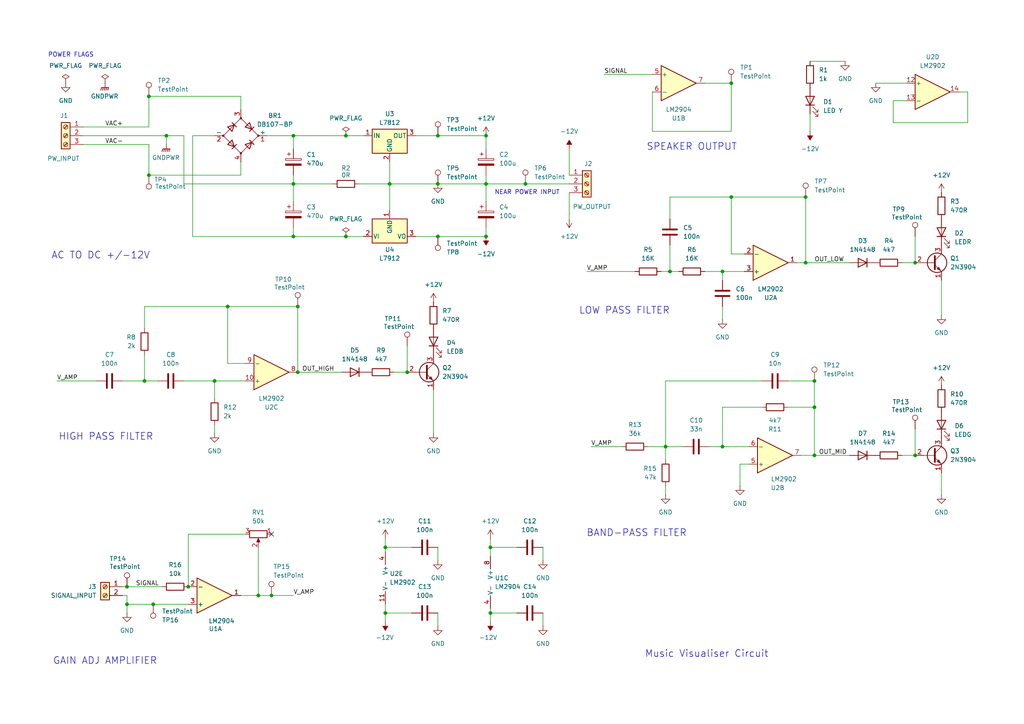
<source format=kicad_sch>
(kicad_sch (version 20250114) (generator "eeschema") (generator_version "9.0")
  (paper "A4")
  (lib_symbols
    (symbol "Amplifier_Operational:LM2902" (pin_names (offset 0.127))
      (property "Reference" "U" (at 0 5.08 0))
      (property "Value" "LM2902" (at 0 -5.08 0))
      (symbol "LM2902_1_1"
        (polyline (pts (xy -5.08 5.08) (xy 5.08 0) (xy -5.08 -5.08) (xy -5.08 5.08)) (stroke (width 0.254)) (fill (type background)))
        (pin input line (at -7.62 2.54 0) (length 2.54) (name "+") (number "3"))
        (pin input line (at -7.62 -2.54 0) (length 2.54) (name "-") (number "2"))
        (pin output line (at 7.62 0 180) (length 2.54) (name "~") (number "1"))
      )
      (symbol "LM2902_2_1"
        (polyline (pts (xy -5.08 5.08) (xy 5.08 0) (xy -5.08 -5.08) (xy -5.08 5.08)) (stroke (width 0.254)) (fill (type background)))
        (pin input line (at -7.62 2.54 0) (length 2.54) (name "+") (number "5"))
        (pin input line (at -7.62 -2.54 0) (length 2.54) (name "-") (number "6"))
        (pin output line (at 7.62 0 180) (length 2.54) (name "~") (number "7"))
      )
      (symbol "LM2902_3_1"
        (polyline (pts (xy -5.08 5.08) (xy 5.08 0) (xy -5.08 -5.08) (xy -5.08 5.08)) (stroke (width 0.254)) (fill (type background)))
        (pin input line (at -7.62 2.54 0) (length 2.54) (name "+") (number "10"))
        (pin input line (at -7.62 -2.54 0) (length 2.54) (name "-") (number "9"))
        (pin output line (at 7.62 0 180) (length 2.54) (name "~") (number "8"))
      )
      (symbol "LM2902_4_1"
        (polyline (pts (xy -5.08 5.08) (xy 5.08 0) (xy -5.08 -5.08) (xy -5.08 5.08)) (stroke (width 0.254)) (fill (type background)))
        (pin input line (at -7.62 2.54 0) (length 2.54) (name "+") (number "12"))
        (pin input line (at -7.62 -2.54 0) (length 2.54) (name "-") (number "13"))
        (pin output line (at 7.62 0 180) (length 2.54) (name "~") (number "14"))
      )
      (symbol "LM2902_5_1"
        (pin power_in line (at -2.54 7.62 270) (length 3.81) (name "V+") (number "4"))
        (pin power_in line (at -2.54 -7.62 90) (length 3.81) (name "V-") (number "11"))
      )
    )
    (symbol "Amplifier_Operational:LM2904" (pin_names (offset 0.127))
      (property "Reference" "U" (at 0 5.08 0))
      (property "Value" "LM2904" (at 0 -5.08 0))
      (symbol "LM2904_1_1"
        (polyline (pts (xy -5.08 5.08) (xy 5.08 0) (xy -5.08 -5.08) (xy -5.08 5.08)) (stroke (width 0.254)) (fill (type background)))
        (pin input line (at -7.62 2.54 0) (length 2.54) (name "+") (number "3"))
        (pin input line (at -7.62 -2.54 0) (length 2.54) (name "-") (number "2"))
        (pin output line (at 7.62 0 180) (length 2.54) (name "~") (number "1"))
      )
      (symbol "LM2904_2_1"
        (polyline (pts (xy -5.08 5.08) (xy 5.08 0) (xy -5.08 -5.08) (xy -5.08 5.08)) (stroke (width 0.254)) (fill (type background)))
        (pin input line (at -7.62 2.54 0) (length 2.54) (name "+") (number "5"))
        (pin input line (at -7.62 -2.54 0) (length 2.54) (name "-") (number "6"))
        (pin output line (at 7.62 0 180) (length 2.54) (name "~") (number "7"))
      )
      (symbol "LM2904_3_1"
        (pin power_in line (at -2.54 7.62 270) (length 3.81) (name "V+") (number "8"))
        (pin power_in line (at -2.54 -7.62 90) (length 3.81) (name "V-") (number "4"))
      )
    )
    (symbol "Connector:Screw_Terminal_01x02" (pin_names (offset 1.016) (hide yes))
      (property "Reference" "J" (at 0 2.54 0))
      (property "Value" "Screw_Terminal_01x02" (at 0 -5.08 0))
      (symbol "Screw_Terminal_01x02_1_1"
        (rectangle (start -1.27 1.27) (end 1.27 -3.81) (stroke (width 0.254)) (fill (type background)))
        (polyline (pts (xy -0.5334 0.3302) (xy 0.3302 -0.508)) (stroke (width 0.1524)))
        (polyline (pts (xy -0.5334 -2.2098) (xy 0.3302 -3.048)) (stroke (width 0.1524)))
        (polyline (pts (xy -0.3556 0.508) (xy 0.508 -0.3302)) (stroke (width 0.1524)))
        (polyline (pts (xy -0.3556 -2.032) (xy 0.508 -2.8702)) (stroke (width 0.1524)))
        (circle (center 0 0) (radius 0.635) (stroke (width 0.1524)))
        (circle (center 0 -2.54) (radius 0.635) (stroke (width 0.1524)))
        (pin passive line (at -5.08 0 0) (length 3.81) (name "Pin_1") (number "1"))
        (pin passive line (at -5.08 -2.54 0) (length 3.81) (name "Pin_2") (number "2"))
      )
    )
    (symbol "Connector:Screw_Terminal_01x03" (pin_names (offset 1.016) (hide yes))
      (property "Reference" "J" (at 0 5.08 0))
      (property "Value" "Screw_Terminal_01x03" (at 0 -5.08 0))
      (symbol "Screw_Terminal_01x03_1_1"
        (rectangle (start -1.27 3.81) (end 1.27 -3.81) (stroke (width 0.254)) (fill (type background)))
        (polyline (pts (xy -0.5334 2.8702) (xy 0.3302 2.032)) (stroke (width 0.1524)))
        (polyline (pts (xy -0.5334 0.3302) (xy 0.3302 -0.508)) (stroke (width 0.1524)))
        (polyline (pts (xy -0.5334 -2.2098) (xy 0.3302 -3.048)) (stroke (width 0.1524)))
        (polyline (pts (xy -0.3556 3.048) (xy 0.508 2.2098)) (stroke (width 0.1524)))
        (polyline (pts (xy -0.3556 0.508) (xy 0.508 -0.3302)) (stroke (width 0.1524)))
        (polyline (pts (xy -0.3556 -2.032) (xy 0.508 -2.8702)) (stroke (width 0.1524)))
        (circle (center 0 2.54) (radius 0.635) (stroke (width 0.1524)))
        (circle (center 0 0) (radius 0.635) (stroke (width 0.1524)))
        (circle (center 0 -2.54) (radius 0.635) (stroke (width 0.1524)))
        (pin passive line (at -5.08 2.54 0) (length 3.81) (name "Pin_1") (number "1"))
        (pin passive line (at -5.08 0 0) (length 3.81) (name "Pin_2") (number "2"))
        (pin passive line (at -5.08 -2.54 0) (length 3.81) (name "Pin_3") (number "3"))
      )
    )
    (symbol "Connector:TestPoint" (pin_numbers (hide yes)) (pin_names (offset 0.762) (hide yes))
      (property "Reference" "TP" (at 0 6.858 0))
      (property "Value" "TestPoint" (at 0 5.08 0))
      (symbol "TestPoint_0_1"
        (circle (center 0 3.302) (radius 0.762))
      )
      (symbol "TestPoint_1_1"
        (pin passive line (at 0 0 90) (length 2.54) (name "1") (number "1"))
      )
    )
    (symbol "Device:C" (pin_numbers (hide yes)) (pin_names (offset 0.254))
      (property "Reference" "C" (at 0.635 2.54 0))
      (property "Value" "C" (at 0.635 -2.54 0))
      (symbol "C_0_1"
        (polyline (pts (xy -2.032 0.762) (xy 2.032 0.762)) (stroke (width 0.508)))
        (polyline (pts (xy -2.032 -0.762) (xy 2.032 -0.762)) (stroke (width 0.508)))
      )
      (symbol "C_1_1"
        (pin passive line (at 0 3.81 270) (length 2.794) (name "~") (number "1"))
        (pin passive line (at 0 -3.81 90) (length 2.794) (name "~") (number "2"))
      )
    )
    (symbol "Device:C_Polarized" (pin_numbers (hide yes)) (pin_names (offset 0.254))
      (property "Reference" "C" (at 0.635 2.54 0))
      (property "Value" "C_Polarized" (at 0.635 -2.54 0))
      (symbol "C_Polarized_0_1"
        (rectangle (start -2.286 0.508) (end 2.286 1.016))
        (polyline (pts (xy -1.778 2.286) (xy -0.762 2.286)))
        (polyline (pts (xy -1.27 2.794) (xy -1.27 1.778)))
        (rectangle (start 2.286 -0.508) (end -2.286 -1.016) (fill (type outline)))
      )
      (symbol "C_Polarized_1_1"
        (pin passive line (at 0 3.81 270) (length 2.794) (name "~") (number "1"))
        (pin passive line (at 0 -3.81 90) (length 2.794) (name "~") (number "2"))
      )
    )
    (symbol "Device:D_Bridge_+-AA" (pin_names (offset 0))
      (property "Reference" "D" (at 2.54 6.985 0))
      (property "Value" "D_Bridge_+-AA" (at 2.54 5.08 0))
      (symbol "D_Bridge_+-AA_0_1"
        (circle (center -5.08 0) (radius 0.254) (fill (type outline)))
        (polyline (pts (xy -5.08 0) (xy 0 -5.08) (xy 5.08 0) (xy 0 5.08) (xy -5.08 0)))
        (polyline (pts (xy -3.81 2.54) (xy -2.54 1.27) (xy -1.905 3.175) (xy -3.81 2.54)) (stroke (width 0.254)))
        (polyline (pts (xy -2.54 3.81) (xy -1.27 2.54)) (stroke (width 0.254)))
        (polyline (pts (xy -2.54 -1.27) (xy -3.81 -2.54) (xy -1.905 -3.175) (xy -2.54 -1.27)) (stroke (width 0.254)))
        (polyline (pts (xy -1.27 -2.54) (xy -2.54 -3.81)) (stroke (width 0.254)))
        (circle (center 0 5.08) (radius 0.254) (fill (type outline)))
        (circle (center 0 -5.08) (radius 0.254) (fill (type outline)))
        (polyline (pts (xy 1.27 2.54) (xy 2.54 3.81) (xy 3.175 1.905) (xy 1.27 2.54)) (stroke (width 0.254)))
        (polyline (pts (xy 2.54 1.27) (xy 3.81 2.54)) (stroke (width 0.254)))
        (polyline (pts (xy 2.54 -1.27) (xy 3.81 -2.54)) (stroke (width 0.254)))
        (polyline (pts (xy 3.175 -1.905) (xy 1.27 -2.54) (xy 2.54 -3.81) (xy 3.175 -1.905)) (stroke (width 0.254)))
        (circle (center 5.08 0) (radius 0.254) (fill (type outline)))
      )
      (symbol "D_Bridge_+-AA_1_1"
        (pin passive line (at -7.62 0 0) (length 2.54) (name "-") (number "2"))
        (pin passive line (at 0 7.62 270) (length 2.54) (name "~") (number "3"))
        (pin passive line (at 0 -7.62 90) (length 2.54) (name "~") (number "4"))
        (pin passive line (at 7.62 0 180) (length 2.54) (name "+") (number "1"))
      )
    )
    (symbol "Device:LED" (pin_numbers (hide yes)) (pin_names (offset 1.016) (hide yes))
      (property "Reference" "D" (at 0 2.54 0))
      (property "Value" "LED" (at 0 -2.54 0))
      (symbol "LED_0_1"
        (polyline (pts (xy -3.048 -0.762) (xy -4.572 -2.286) (xy -3.81 -2.286) (xy -4.572 -2.286) (xy -4.572 -1.524)))
        (polyline (pts (xy -1.778 -0.762) (xy -3.302 -2.286) (xy -2.54 -2.286) (xy -3.302 -2.286) (xy -3.302 -1.524)))
        (polyline (pts (xy -1.27 0) (xy 1.27 0)))
        (polyline (pts (xy -1.27 -1.27) (xy -1.27 1.27)) (stroke (width 0.254)))
        (polyline (pts (xy 1.27 -1.27) (xy 1.27 1.27) (xy -1.27 0) (xy 1.27 -1.27)) (stroke (width 0.254)))
      )
      (symbol "LED_1_1"
        (pin passive line (at -3.81 0 0) (length 2.54) (name "K") (number "1"))
        (pin passive line (at 3.81 0 180) (length 2.54) (name "A") (number "2"))
      )
    )
    (symbol "Device:R" (pin_numbers (hide yes)) (pin_names (offset 0))
      (property "Reference" "R" (at 2.032 0 90))
      (property "Value" "R" (at 0 0 90))
      (symbol "R_0_1"
        (rectangle (start -1.016 -2.54) (end 1.016 2.54) (stroke (width 0.254)))
      )
      (symbol "R_1_1"
        (pin passive line (at 0 3.81 270) (length 1.27) (name "~") (number "1"))
        (pin passive line (at 0 -3.81 90) (length 1.27) (name "~") (number "2"))
      )
    )
    (symbol "Device:R_Potentiometer" (pin_names (offset 1.016) (hide yes))
      (property "Reference" "RV" (at -4.445 0 90))
      (property "Value" "R_Potentiometer" (at -2.54 0 90))
      (symbol "R_Potentiometer_0_1"
        (rectangle (start 1.016 2.54) (end -1.016 -2.54) (stroke (width 0.254)))
        (polyline (pts (xy 1.143 0) (xy 2.286 0.508) (xy 2.286 -0.508) (xy 1.143 0)) (fill (type outline)))
        (polyline (pts (xy 2.54 0) (xy 1.524 0)))
      )
      (symbol "R_Potentiometer_1_1"
        (pin passive line (at 0 3.81 270) (length 1.27) (name "1") (number "1"))
        (pin passive line (at 0 -3.81 90) (length 1.27) (name "3") (number "3"))
        (pin passive line (at 3.81 0 180) (length 1.27) (name "2") (number "2"))
      )
    )
    (symbol "Diode:1N4148" (pin_numbers (hide yes)) (pin_names (hide yes))
      (property "Reference" "D" (at 0 2.54 0))
      (property "Value" "1N4148" (at 0 -2.54 0))
      (symbol "1N4148_0_1"
        (polyline (pts (xy -1.27 1.27) (xy -1.27 -1.27)) (stroke (width 0.254)))
        (polyline (pts (xy 1.27 1.27) (xy 1.27 -1.27) (xy -1.27 0) (xy 1.27 1.27)) (stroke (width 0.254)))
        (polyline (pts (xy 1.27 0) (xy -1.27 0)))
      )
      (symbol "1N4148_1_1"
        (pin passive line (at -3.81 0 0) (length 2.54) (name "K") (number "1"))
        (pin passive line (at 3.81 0 180) (length 2.54) (name "A") (number "2"))
      )
    )
    (symbol "Regulator_Linear:L7812" (pin_names (offset 0.254))
      (property "Reference" "U" (at -3.81 3.175 0))
      (property "Value" "L7812" (at 0 3.175 0))
      (symbol "L7812_0_1"
        (rectangle (start -5.08 1.905) (end 5.08 -5.08) (stroke (width 0.254)) (fill (type background)))
      )
      (symbol "L7812_1_1"
        (pin power_in line (at -7.62 0 0) (length 2.54) (name "IN") (number "1"))
        (pin power_in line (at 0 -7.62 90) (length 2.54) (name "GND") (number "2"))
        (pin power_out line (at 7.62 0 180) (length 2.54) (name "OUT") (number "3"))
      )
    )
    (symbol "Regulator_Linear:L7912" (pin_names (offset 0.254))
      (property "Reference" "U" (at -3.81 -3.175 0))
      (property "Value" "L7912" (at 0 -3.175 0))
      (symbol "L7912_0_1"
        (rectangle (start -5.08 5.08) (end 5.08 -1.905) (stroke (width 0.254)) (fill (type background)))
      )
      (symbol "L7912_1_1"
        (pin power_in line (at -7.62 0 0) (length 2.54) (name "VI") (number "2"))
        (pin power_in line (at 0 7.62 270) (length 2.54) (name "GND") (number "1"))
        (pin power_out line (at 7.62 0 180) (length 2.54) (name "VO") (number "3"))
      )
    )
    (symbol "Transistor_BJT:2N3904" (pin_names (offset 0) (hide yes))
      (property "Reference" "Q" (at 5.08 1.905 0))
      (property "Value" "2N3904" (at 5.08 0 0))
      (symbol "2N3904_0_1"
        (polyline (pts (xy -2.54 0) (xy 0.635 0)))
        (polyline (pts (xy 0.635 1.905) (xy 0.635 -1.905)) (stroke (width 0.508)))
        (circle (center 1.27 0) (radius 2.8194) (stroke (width 0.254)))
      )
      (symbol "2N3904_1_1"
        (polyline (pts (xy 0.635 0.635) (xy 2.54 2.54)))
        (polyline (pts (xy 0.635 -0.635) (xy 2.54 -2.54)))
        (polyline (pts (xy 1.27 -1.778) (xy 1.778 -1.27) (xy 2.286 -2.286) (xy 1.27 -1.778)) (fill (type outline)))
        (pin input line (at -5.08 0 0) (length 2.54) (name "B") (number "2"))
        (pin passive line (at 2.54 5.08 270) (length 2.54) (name "C") (number "3"))
        (pin passive line (at 2.54 -5.08 90) (length 2.54) (name "E") (number "1"))
      )
    )
    (symbol "power:+12V" (power) (pin_numbers (hide yes)) (pin_names (offset 0) (hide yes))
      (property "Value" "+12V" (at 0 3.556 0))
      (symbol "+12V_0_1"
        (polyline (pts (xy -0.762 1.27) (xy 0 2.54)))
        (polyline (pts (xy 0 2.54) (xy 0.762 1.27)))
        (polyline (pts (xy 0 0) (xy 0 2.54)))
      )
      (symbol "+12V_1_1"
        (pin power_in line (at 0 0 90) (length 0) (name "~") (number "1"))
      )
    )
    (symbol "power:-12V" (power) (pin_numbers (hide yes)) (pin_names (offset 0) (hide yes))
      (property "Value" "-12V" (at 0 3.556 0))
      (symbol "-12V_0_0"
        (pin power_in line (at 0 0 90) (length 0) (name "~") (number "1"))
      )
      (symbol "-12V_0_1"
        (polyline (pts (xy 0 0) (xy 0 1.27) (xy 0.762 1.27) (xy 0 2.54) (xy -0.762 1.27) (xy 0 1.27)) (fill (type outline)))
      )
    )
    (symbol "power:GND" (power) (pin_numbers (hide yes)) (pin_names (offset 0) (hide yes))
      (property "Value" "GND" (at 0 -3.81 0))
      (symbol "GND_0_1"
        (polyline (pts (xy 0 0) (xy 0 -1.27) (xy 1.27 -1.27) (xy 0 -2.54) (xy -1.27 -1.27) (xy 0 -1.27)))
      )
      (symbol "GND_1_1"
        (pin power_in line (at 0 0 270) (length 0) (name "~") (number "1"))
      )
    )
    (symbol "power:GNDPWR" (power) (pin_numbers (hide yes)) (pin_names (offset 0) (hide yes))
      (property "Value" "GNDPWR" (at 0 -3.302 0))
      (symbol "GNDPWR_0_1"
        (polyline (pts (xy -1.016 -1.27) (xy -1.27 -2.032) (xy -1.27 -2.032)) (stroke (width 0.2032)))
        (polyline (pts (xy -0.508 -1.27) (xy -0.762 -2.032) (xy -0.762 -2.032)) (stroke (width 0.2032)))
        (polyline (pts (xy 0 -1.27) (xy 0 0)))
        (polyline (pts (xy 0 -1.27) (xy -0.254 -2.032) (xy -0.254 -2.032)) (stroke (width 0.2032)))
        (polyline (pts (xy 0.508 -1.27) (xy 0.254 -2.032) (xy 0.254 -2.032)) (stroke (width 0.2032)))
        (polyline (pts (xy 1.016 -1.27) (xy -1.016 -1.27) (xy -1.016 -1.27)) (stroke (width 0.2032)))
        (polyline (pts (xy 1.016 -1.27) (xy 0.762 -2.032) (xy 0.762 -2.032) (xy 0.762 -2.032)) (stroke (width 0.2032)))
      )
      (symbol "GNDPWR_1_1"
        (pin power_in line (at 0 0 270) (length 0) (name "~") (number "1"))
      )
    )
    (symbol "power:PWR_FLAG" (power) (pin_numbers (hide yes)) (pin_names (offset 0) (hide yes))
      (property "Value" "PWR_FLAG" (at 0 3.81 0))
      (symbol "PWR_FLAG_0_0"
        (pin power_out line (at 0 0 90) (length 0) (name "~") (number "1"))
      )
      (symbol "PWR_FLAG_0_1"
        (polyline (pts (xy 0 0) (xy 0 1.27) (xy -1.016 1.905) (xy 0 2.54) (xy 1.016 1.905) (xy 0 1.27)))
      )
    )
  )
  (text "NEAR POWER INPUT\n" (at 152.908 55.88 0) (effects (font (size 1.27 1.27))))
  (text "BAND-PASS FILTER " (at 185.42 154.686 0) (effects (font (size 2 2))))
  (text "Music Visualiser Circuit" (at 204.978 189.738 0) (effects (font (size 2 2))))
  (text "GAIN ADJ AMPLIFIER" (at 30.48 191.77 0) (effects (font (size 2 2))))
  (text "AC TO DC +/-12V" (at 29.21 74.168 0) (effects (font (size 2 2))))
  (text "HIGH PASS FILTER\n" (at 30.734 126.746 0) (effects (font (size 2 2))))
  (text "POWER FLAGS\n" (at 20.574 16.002 0) (effects (font (size 1.27 1.27))))
  (text "SPEAKER OUTPUT " (at 201.422 42.672 0) (effects (font (size 2 2))))
  (text "LOW PASS FILTER" (at 181.102 90.17 0) (effects (font (size 2 2))))
  (junction (at 44.45 175.26))
  (junction (at 62.23 110.49))
  (junction (at 127 39.37))
  (junction (at 111.76 177.8))
  (junction (at 111.76 158.75))
  (junction (at 66.04 88.9))
  (junction (at 41.91 110.49))
  (junction (at 152.4 53.34))
  (junction (at 43.18 50.8))
  (junction (at 212.09 24.13))
  (junction (at 236.22 118.11))
  (junction (at 74.93 172.72))
  (junction (at 85.09 39.37))
  (junction (at 265.43 76.2))
  (junction (at 142.24 177.8))
  (junction (at 142.24 158.75))
  (junction (at 113.03 53.34))
  (junction (at 100.33 68.58))
  (junction (at 212.09 57.15))
  (junction (at 43.18 27.94))
  (junction (at 236.22 132.08))
  (junction (at 233.68 57.15))
  (junction (at 86.36 88.9))
  (junction (at 193.04 129.54))
  (junction (at 54.61 170.18))
  (junction (at 127 53.34))
  (junction (at 194.31 78.74))
  (junction (at 85.09 53.34))
  (junction (at 127 68.58))
  (junction (at 100.33 39.37))
  (junction (at 118.11 107.95))
  (junction (at 78.74 172.72))
  (junction (at 140.97 39.37))
  (junction (at 48.26 39.37))
  (junction (at 86.36 107.95))
  (junction (at 36.83 175.26))
  (junction (at 140.97 53.34))
  (junction (at 85.09 68.58))
  (junction (at 236.22 110.49))
  (junction (at 209.55 78.74))
  (junction (at 233.68 76.2))
  (junction (at 140.97 68.58))
  (junction (at 209.55 129.54))
  (junction (at 265.43 132.08))
  (junction (at 36.83 170.18))
  (no_connect (at 78.74 154.94))
  (wire (pts (xy 62.23 110.49) (xy 71.12 110.49)))
  (wire (pts (xy 62.23 39.37) (xy 55.88 39.37)))
  (wire (pts (xy 66.04 105.41) (xy 71.12 105.41)))
  (wire (pts (xy 265.43 68.58) (xy 265.43 76.2)))
  (wire (pts (xy 217.17 134.62) (xy 214.63 134.62)))
  (wire (pts (xy 86.36 88.9) (xy 66.04 88.9)))
  (wire (pts (xy 120.65 39.37) (xy 127 39.37)))
  (wire (pts (xy 278.13 26.67) (xy 280.67 26.67)))
  (wire (pts (xy 140.97 68.58) (xy 140.97 66.04)))
  (wire (pts (xy 165.1 55.88) (xy 165.1 63.5)))
  (wire (pts (xy 214.63 134.62) (xy 214.63 140.97)))
  (wire (pts (xy 140.97 39.37) (xy 140.97 43.18)))
  (wire (pts (xy 43.18 27.94) (xy 43.18 36.83)))
  (wire (pts (xy 85.09 53.34) (xy 53.34 53.34)))
  (wire (pts (xy 127 68.58) (xy 140.97 68.58)))
  (wire (pts (xy 152.4 53.34) (xy 165.1 53.34)))
  (wire (pts (xy 165.1 43.18) (xy 165.1 50.8)))
  (wire (pts (xy 100.33 39.37) (xy 105.41 39.37)))
  (wire (pts (xy 261.62 76.2) (xy 265.43 76.2)))
  (wire (pts (xy 234.95 17.78) (xy 245.11 17.78)))
  (wire (pts (xy 191.77 78.74) (xy 194.31 78.74)))
  (wire (pts (xy 259.08 29.21) (xy 262.89 29.21)))
  (wire (pts (xy 53.34 110.49) (xy 62.23 110.49)))
  (wire (pts (xy 120.65 68.58) (xy 127 68.58)))
  (wire (pts (xy 157.48 158.75) (xy 157.48 162.56)))
  (wire (pts (xy 194.31 78.74) (xy 196.85 78.74)))
  (wire (pts (xy 35.56 170.18) (xy 36.83 170.18)))
  (wire (pts (xy 48.26 39.37) (xy 48.26 41.91)))
  (wire (pts (xy 74.93 172.72) (xy 78.74 172.72)))
  (wire (pts (xy 36.83 175.26) (xy 36.83 177.8)))
  (wire (pts (xy 71.12 154.94) (xy 54.61 154.94)))
  (wire (pts (xy 142.24 158.75) (xy 149.86 158.75)))
  (wire (pts (xy 69.85 27.94) (xy 69.85 31.75)))
  (wire (pts (xy 236.22 118.11) (xy 236.22 132.08)))
  (wire (pts (xy 85.09 50.8) (xy 85.09 53.34)))
  (wire (pts (xy 127 39.37) (xy 140.97 39.37)))
  (wire (pts (xy 69.85 172.72) (xy 74.93 172.72)))
  (wire (pts (xy 142.24 156.21) (xy 142.24 158.75)))
  (wire (pts (xy 62.23 123.19) (xy 62.23 125.73)))
  (wire (pts (xy 119.38 158.75) (xy 111.76 158.75)))
  (wire (pts (xy 36.83 172.72) (xy 36.83 175.26)))
  (wire (pts (xy 212.09 38.1) (xy 189.23 38.1)))
  (wire (pts (xy 217.17 129.54) (xy 209.55 129.54)))
  (wire (pts (xy 35.56 172.72) (xy 36.83 172.72)))
  (wire (pts (xy 236.22 132.08) (xy 246.38 132.08)))
  (wire (pts (xy 113.03 53.34) (xy 127 53.34)))
  (wire (pts (xy 86.36 107.95) (xy 99.06 107.95)))
  (wire (pts (xy 44.45 175.26) (xy 54.61 175.26)))
  (wire (pts (xy 55.88 68.58) (xy 85.09 68.58)))
  (wire (pts (xy 170.18 78.74) (xy 184.15 78.74)))
  (wire (pts (xy 212.09 73.66) (xy 212.09 57.15)))
  (wire (pts (xy 204.47 24.13) (xy 212.09 24.13)))
  (wire (pts (xy 236.22 110.49) (xy 236.22 118.11)))
  (wire (pts (xy 85.09 39.37) (xy 100.33 39.37)))
  (wire (pts (xy 273.05 81.28) (xy 273.05 91.44)))
  (wire (pts (xy 78.74 172.72) (xy 85.09 172.72)))
  (wire (pts (xy 74.93 158.75) (xy 74.93 172.72)))
  (wire (pts (xy 113.03 53.34) (xy 113.03 60.96)))
  (wire (pts (xy 209.55 118.11) (xy 220.98 118.11)))
  (wire (pts (xy 54.61 154.94) (xy 54.61 170.18)))
  (wire (pts (xy 111.76 177.8) (xy 119.38 177.8)))
  (wire (pts (xy 233.68 76.2) (xy 246.38 76.2)))
  (wire (pts (xy 41.91 88.9) (xy 66.04 88.9)))
  (wire (pts (xy 48.26 39.37) (xy 53.34 39.37)))
  (wire (pts (xy 41.91 102.87) (xy 41.91 110.49)))
  (wire (pts (xy 259.08 35.56) (xy 280.67 35.56)))
  (wire (pts (xy 171.45 129.54) (xy 180.34 129.54)))
  (wire (pts (xy 142.24 176.53) (xy 142.24 177.8)))
  (wire (pts (xy 55.88 39.37) (xy 55.88 68.58)))
  (wire (pts (xy 36.83 170.18) (xy 46.99 170.18)))
  (wire (pts (xy 187.96 129.54) (xy 193.04 129.54)))
  (wire (pts (xy 209.55 78.74) (xy 209.55 81.28)))
  (wire (pts (xy 24.13 41.91) (xy 43.18 41.91)))
  (wire (pts (xy 113.03 46.99) (xy 113.03 53.34)))
  (wire (pts (xy 209.55 78.74) (xy 215.9 78.74)))
  (wire (pts (xy 16.51 110.49) (xy 27.94 110.49)))
  (wire (pts (xy 261.62 132.08) (xy 265.43 132.08)))
  (wire (pts (xy 66.04 88.9) (xy 66.04 105.41)))
  (wire (pts (xy 140.97 53.34) (xy 152.4 53.34)))
  (wire (pts (xy 233.68 57.15) (xy 212.09 57.15)))
  (wire (pts (xy 142.24 177.8) (xy 142.24 180.34)))
  (wire (pts (xy 193.04 133.35) (xy 193.04 129.54)))
  (wire (pts (xy 233.68 57.15) (xy 233.68 76.2)))
  (wire (pts (xy 189.23 38.1) (xy 189.23 26.67)))
  (wire (pts (xy 193.04 129.54) (xy 198.12 129.54)))
  (wire (pts (xy 77.47 39.37) (xy 85.09 39.37)))
  (wire (pts (xy 193.04 129.54) (xy 193.04 110.49)))
  (wire (pts (xy 85.09 53.34) (xy 85.09 58.42)))
  (wire (pts (xy 85.09 39.37) (xy 85.09 43.18)))
  (wire (pts (xy 35.56 110.49) (xy 41.91 110.49)))
  (wire (pts (xy 142.24 177.8) (xy 149.86 177.8)))
  (wire (pts (xy 228.6 110.49) (xy 236.22 110.49)))
  (wire (pts (xy 280.67 26.67) (xy 280.67 35.56)))
  (wire (pts (xy 111.76 158.75) (xy 111.76 160.02)))
  (wire (pts (xy 24.13 39.37) (xy 48.26 39.37)))
  (wire (pts (xy 69.85 50.8) (xy 69.85 46.99)))
  (wire (pts (xy 41.91 110.49) (xy 45.72 110.49)))
  (wire (pts (xy 234.95 33.02) (xy 234.95 38.1)))
  (wire (pts (xy 205.74 129.54) (xy 209.55 129.54)))
  (wire (pts (xy 86.36 88.9) (xy 86.36 107.95)))
  (wire (pts (xy 43.18 41.91) (xy 43.18 50.8)))
  (wire (pts (xy 273.05 137.16) (xy 273.05 143.51)))
  (wire (pts (xy 24.13 36.83) (xy 43.18 36.83)))
  (wire (pts (xy 259.08 35.56) (xy 259.08 29.21)))
  (wire (pts (xy 194.31 71.12) (xy 194.31 78.74)))
  (wire (pts (xy 127 177.8) (xy 127 181.61)))
  (wire (pts (xy 53.34 53.34) (xy 53.34 39.37)))
  (wire (pts (xy 125.73 113.03) (xy 125.73 125.73)))
  (wire (pts (xy 114.3 107.95) (xy 118.11 107.95)))
  (wire (pts (xy 100.33 68.58) (xy 105.41 68.58)))
  (wire (pts (xy 62.23 110.49) (xy 62.23 115.57)))
  (wire (pts (xy 228.6 118.11) (xy 236.22 118.11)))
  (wire (pts (xy 232.41 132.08) (xy 236.22 132.08)))
  (wire (pts (xy 85.09 68.58) (xy 100.33 68.58)))
  (wire (pts (xy 209.55 88.9) (xy 209.55 92.71)))
  (wire (pts (xy 127 53.34) (xy 140.97 53.34)))
  (wire (pts (xy 212.09 57.15) (xy 194.31 57.15)))
  (wire (pts (xy 215.9 73.66) (xy 212.09 73.66)))
  (wire (pts (xy 140.97 53.34) (xy 140.97 50.8)))
  (wire (pts (xy 142.24 158.75) (xy 142.24 161.29)))
  (wire (pts (xy 41.91 88.9) (xy 41.91 95.25)))
  (wire (pts (xy 118.11 100.33) (xy 118.11 107.95)))
  (wire (pts (xy 209.55 129.54) (xy 209.55 118.11)))
  (wire (pts (xy 85.09 66.04) (xy 85.09 68.58)))
  (wire (pts (xy 43.18 27.94) (xy 69.85 27.94)))
  (wire (pts (xy 111.76 156.21) (xy 111.76 158.75)))
  (wire (pts (xy 157.48 177.8) (xy 157.48 181.61)))
  (wire (pts (xy 212.09 24.13) (xy 212.09 38.1)))
  (wire (pts (xy 104.14 53.34) (xy 113.03 53.34)))
  (wire (pts (xy 254 24.13) (xy 262.89 24.13)))
  (wire (pts (xy 231.14 76.2) (xy 233.68 76.2)))
  (wire (pts (xy 43.18 50.8) (xy 69.85 50.8)))
  (wire (pts (xy 265.43 124.46) (xy 265.43 132.08)))
  (wire (pts (xy 193.04 110.49) (xy 220.98 110.49)))
  (wire (pts (xy 193.04 140.97) (xy 193.04 143.51)))
  (wire (pts (xy 175.26 21.59) (xy 189.23 21.59)))
  (wire (pts (xy 127 158.75) (xy 127 162.56)))
  (wire (pts (xy 204.47 78.74) (xy 209.55 78.74)))
  (wire (pts (xy 194.31 57.15) (xy 194.31 63.5)))
  (wire (pts (xy 140.97 53.34) (xy 140.97 58.42)))
  (wire (pts (xy 111.76 175.26) (xy 111.76 177.8)))
  (wire (pts (xy 111.76 177.8) (xy 111.76 180.34)))
  (wire (pts (xy 36.83 175.26) (xy 44.45 175.26)))
  (wire (pts (xy 85.09 53.34) (xy 96.52 53.34)))
  (label "V_AMP" (at 170.18 78.74 0))
  (label "V_AMP" (at 16.51 110.49 0))
  (label "OUT_MID" (at 237.49 132.08 0))
  (label "SIGNAL" (at 175.26 21.59 0))
  (label "V_AMP" (at 85.09 172.72 0))
  (label "VAC-" (at 30.48 41.91 0))
  (label "VAC+" (at 30.48 36.83 0))
  (label "V_AMP" (at 171.45 129.54 0))
  (label "OUT_HIGH" (at 87.63 107.95 0))
  (label "SIGNAL" (at 39.37 170.18 0))
  (label "OUT_LOW" (at 236.22 76.2 0))
  (symbol (lib_id "Device:R") (at 257.81 76.2 90) (unit 1)
    (property "Reference" "R4" (at 257.81 69.85 90))
    (property "Value" "4k7" (at 257.81 72.39 90))
    (property "Description" "Resistor" (effects (hide yes)))
  )
  (symbol (lib_id "power:+12V") (at 273.05 111.76 0) (unit 1)
    (property "Reference" "#PWR016" (effects (hide yes)))
    (property "Value" "+12V" (at 273.05 106.68 0))
    (property "Description" "Power symbol creates a global label with name \"+12V\"" (effects (hide yes)))
  )
  (symbol (lib_id "Device:C") (at 31.75 110.49 90) (unit 1)
    (property "Reference" "C7" (at 31.75 102.87 90))
    (property "Value" "100n" (at 31.75 105.41 90))
    (property "Description" "Unpolarized capacitor" (effects (hide yes)))
  )
  (symbol (lib_id "Device:R") (at 273.05 59.69 0) (unit 1)
    (property "Reference" "R3" (at 275.59 58.4199 0) (effects (justify left)))
    (property "Value" "470R" (at 275.59 60.9599 0) (effects (justify left)))
    (property "Description" "Resistor" (effects (hide yes)))
  )
  (symbol (lib_id "Device:D_Bridge_+-AA") (at 69.85 39.37 0) (unit 1)
    (property "Reference" "BR1" (at 79.756 33.528 0))
    (property "Value" "DB107-BP" (at 79.756 36.068 0))
    (property "Description" "Diode bridge, +ve/-ve/AC/AC" (effects (hide yes)))
  )
  (symbol (lib_id "Diode:1N4148") (at 102.87 107.95 180) (unit 1)
    (property "Reference" "D5" (at 102.87 101.6 0))
    (property "Value" "1N4148" (at 102.87 104.14 0))
    (property "Footprint" "Diode_THT:D_DO-35_SOD27_P7.62mm_Horizontal" (effects (hide yes)))
    (property "Datasheet" "https://assets.nexperia.com/documents/data-sheet/1N4148_1N4448.pdf" (effects (hide yes)))
    (property "Description" "100V 0.15A standard switching diode, DO-35" (effects (hide yes)))
    (property "Sim.Device" "D" (effects (hide yes)))
    (property "Sim.Pins" "1=K 2=A" (effects (hide yes)))
  )
  (symbol (lib_id "Device:C") (at 194.31 67.31 0) (unit 1)
    (property "Reference" "C5" (at 198.12 66.0399 0) (effects (justify left)))
    (property "Value" "100n" (at 198.12 68.5799 0) (effects (justify left)))
    (property "Description" "Unpolarized capacitor" (effects (hide yes)))
  )
  (symbol (lib_id "Device:R") (at 100.33 53.34 90) (unit 1)
    (property "Reference" "R2" (at 100.33 48.768 90))
    (property "Value" "0R" (at 100.33 50.8 90))
    (property "Description" "Resistor" (effects (hide yes)))
  )
  (symbol (lib_id "power:PWR_FLAG") (at 100.33 68.58 0) (unit 1)
    (property "Reference" "#FLG04" (effects (hide yes)))
    (property "Value" "PWR_FLAG" (at 100.33 63.5 0))
    (property "Description" "Special symbol for telling ERC where power comes from" (effects (hide yes)))
  )
  (symbol (lib_id "Device:C") (at 49.53 110.49 90) (unit 1)
    (property "Reference" "C8" (at 49.53 102.87 90))
    (property "Value" "100n" (at 49.53 105.41 90))
    (property "Description" "Unpolarized capacitor" (effects (hide yes)))
  )
  (symbol (lib_id "Device:C") (at 224.79 110.49 90) (unit 1)
    (property "Reference" "C9" (at 224.79 102.87 90))
    (property "Value" "10n" (at 224.79 105.41 90))
    (property "Description" "Unpolarized capacitor" (effects (hide yes)))
  )
  (symbol (lib_id "Connector:TestPoint") (at 127 68.58 0) (mirror x) (unit 1)
    (property "Reference" "TP8" (at 129.54 73.1521 0) (effects (justify left)))
    (property "Value" "TestPoint" (at 129.54 70.6121 0) (effects (justify left)))
    (property "Description" "test point" (effects (hide yes)))
  )
  (symbol (lib_id "Connector:TestPoint") (at 43.18 50.8 0) (mirror x) (unit 1)
    (property "Reference" "TP4" (at 44.704 52.0701 0) (effects (justify left)))
    (property "Value" "TestPoint" (at 44.958 54.102 0) (effects (justify left)))
    (property "Description" "test point" (effects (hide yes)))
  )
  (symbol (lib_id "Device:R") (at 257.81 132.08 90) (unit 1)
    (property "Reference" "R14" (at 257.81 125.73 90))
    (property "Value" "4k7" (at 257.81 128.27 90))
    (property "Description" "Resistor" (effects (hide yes)))
  )
  (symbol (lib_id "Transistor_BJT:2N3904") (at 123.19 107.95 0) (unit 1)
    (property "Reference" "Q2" (at 128.27 106.6799 0) (effects (justify left)))
    (property "Value" "2N3904" (at 128.27 109.2199 0) (effects (justify left)))
    (property "Footprint" "Package_TO_SOT_THT:TO-92_Inline" (effects (hide yes)))
    (property "Datasheet" "https://www.onsemi.com/pub/Collateral/2N3903-D.PDF" (effects (hide yes)))
    (property "Description" "0.2A Ic, 40V Vce, Small Signal NPN Transistor, TO-92" (effects (hide yes)))
  )
  (symbol (lib_id "Connector:TestPoint") (at 265.43 124.46 0) (unit 1)
    (property "Reference" "TP13" (at 258.826 116.586 0) (effects (justify left)))
    (property "Value" "TestPoint" (at 258.572 118.872 0) (effects (justify left)))
    (property "Description" "test point" (effects (hide yes)))
  )
  (symbol (lib_id "power:GND") (at 214.63 140.97 0) (unit 1)
    (property "Reference" "#PWR019" (effects (hide yes)))
    (property "Value" "GND" (at 214.63 146.05 0))
    (property "Description" "Power symbol creates a global label with name \"GND\" , ground" (effects (hide yes)))
  )
  (symbol (lib_id "Connector:TestPoint") (at 236.22 110.49 0) (unit 1)
    (property "Reference" "TP12" (at 238.76 105.9179 0) (effects (justify left)))
    (property "Value" "TestPoint" (at 238.76 108.4579 0) (effects (justify left)))
    (property "Description" "test point" (effects (hide yes)))
  )
  (symbol (lib_id "Transistor_BJT:2N3904") (at 270.51 132.08 0) (unit 1)
    (property "Reference" "Q3" (at 275.59 130.8099 0) (effects (justify left)))
    (property "Value" "2N3904" (at 275.59 133.3499 0) (effects (justify left)))
    (property "Footprint" "Package_TO_SOT_THT:TO-92_Inline" (effects (hide yes)))
    (property "Datasheet" "https://www.onsemi.com/pub/Collateral/2N3903-D.PDF" (effects (hide yes)))
    (property "Description" "0.2A Ic, 40V Vce, Small Signal NPN Transistor, TO-92" (effects (hide yes)))
  )
  (symbol (lib_id "Connector:TestPoint") (at 127 53.34 0) (unit 1)
    (property "Reference" "TP5" (at 129.54 48.7679 0) (effects (justify left)))
    (property "Value" "TestPoint" (at 129.54 51.3079 0) (effects (justify left)))
    (property "Description" "test point" (effects (hide yes)))
  )
  (symbol (lib_id "power:GND") (at 273.05 91.44 0) (unit 1)
    (property "Reference" "#PWR014" (effects (hide yes)))
    (property "Value" "GND" (at 273.05 96.52 0))
    (property "Description" "Power symbol creates a global label with name \"GND\" , ground" (effects (hide yes)))
  )
  (symbol (lib_id "Amplifier_Operational:LM2904") (at 62.23 172.72 0) (mirror x) (unit 1)
    (property "Reference" "U1" (at 62.484 182.372 0))
    (property "Value" "LM2904" (at 64.262 180.086 0))
    (property "Datasheet" "http://www.ti.com/lit/ds/symlink/lm358.pdf" (effects (hide yes)))
    (property "Description" "Dual Operational Amplifiers, DIP-8/SOIC-8/TSSOP-8/VSSOP-8" (effects (hide yes)))
  )
  (symbol (lib_id "power:PWR_FLAG") (at 19.05 24.13 0) (unit 1)
    (property "Reference" "#FLG01" (effects (hide yes)))
    (property "Value" "PWR_FLAG" (at 19.05 19.05 0))
    (property "Description" "Special symbol for telling ERC where power comes from" (effects (hide yes)))
  )
  (symbol (lib_id "power:PWR_FLAG") (at 30.48 24.13 0) (unit 1)
    (property "Reference" "#FLG02" (effects (hide yes)))
    (property "Value" "PWR_FLAG" (at 30.48 19.05 0))
    (property "Description" "Special symbol for telling ERC where power comes from" (effects (hide yes)))
  )
  (symbol (lib_id "Device:R_Potentiometer") (at 74.93 154.94 270) (unit 1)
    (property "Reference" "RV1" (at 74.93 148.59 90))
    (property "Value" "50k" (at 74.93 151.13 90))
    (property "Description" "Potentiometer" (effects (hide yes)))
  )
  (symbol (lib_id "power:GNDPWR") (at 48.26 41.91 0) (unit 1)
    (property "Reference" "#PWR07" (effects (hide yes)))
    (property "Value" "GNDPWR" (at 48.133 45.72 0))
    (property "Description" "Power symbol creates a global label with name \"GNDPWR\" , global ground" (effects (hide yes)))
  )
  (symbol (lib_id "power:GND") (at 157.48 162.56 0) (unit 1)
    (property "Reference" "#PWR025" (effects (hide yes)))
    (property "Value" "GND" (at 157.48 167.64 0))
    (property "Description" "Power symbol creates a global label with name \"GND\" , ground" (effects (hide yes)))
  )
  (symbol (lib_id "Device:R") (at 234.95 21.59 180) (unit 1)
    (property "Reference" "R1" (at 237.49 20.3199 0) (effects (justify right)))
    (property "Value" "1k" (at 237.49 22.8599 0) (effects (justify right)))
    (property "Description" "Resistor" (effects (hide yes)))
  )
  (symbol (lib_id "power:+12V") (at 273.05 55.88 0) (unit 1)
    (property "Reference" "#PWR010" (effects (hide yes)))
    (property "Value" "+12V" (at 273.05 50.8 0))
    (property "Description" "Power symbol creates a global label with name \"+12V\"" (effects (hide yes)))
  )
  (symbol (lib_id "power:+12V") (at 111.76 156.21 0) (unit 1)
    (property "Reference" "#PWR022" (effects (hide yes)))
    (property "Value" "+12V" (at 111.76 151.13 0))
    (property "Description" "Power symbol creates a global label with name \"+12V\"" (effects (hide yes)))
  )
  (symbol (lib_id "Amplifier_Operational:LM2902") (at 270.51 26.67 0) (unit 4)
    (property "Reference" "U2" (at 270.51 16.51 0))
    (property "Value" "LM2902" (at 270.51 19.05 0))
    (property "Datasheet" "http://www.ti.com/lit/ds/symlink/lm2902-n.pdf" (effects (hide yes)))
    (property "Description" "Low-Power, Quad-Operational Amplifiers, DIP-14/SOIC-14/SSOP-14" (effects (hide yes)))
  )
  (symbol (lib_id "power:GND") (at 19.05 24.13 0) (unit 1)
    (property "Reference" "#PWR02" (effects (hide yes)))
    (property "Value" "GND" (at 19.05 29.21 0))
    (property "Description" "Power symbol creates a global label with name \"GND\" , ground" (effects (hide yes)))
  )
  (symbol (lib_id "Connector:TestPoint") (at 118.11 100.33 0) (unit 1)
    (property "Reference" "TP11" (at 111.506 92.456 0) (effects (justify left)))
    (property "Value" "TestPoint" (at 111.252 94.742 0) (effects (justify left)))
    (property "Description" "test point" (effects (hide yes)))
  )
  (symbol (lib_id "Device:C") (at 123.19 177.8 270) (unit 1)
    (property "Reference" "C13" (at 123.19 170.18 90))
    (property "Value" "100n" (at 123.19 172.72 90))
    (property "Description" "Unpolarized capacitor" (effects (hide yes)))
  )
  (symbol (lib_id "power:GND") (at 273.05 143.51 0) (unit 1)
    (property "Reference" "#PWR021" (effects (hide yes)))
    (property "Value" "GND" (at 273.05 148.59 0))
    (property "Description" "Power symbol creates a global label with name \"GND\" , ground" (effects (hide yes)))
  )
  (symbol (lib_id "Device:R") (at 110.49 107.95 90) (unit 1)
    (property "Reference" "R9" (at 110.49 101.6 90))
    (property "Value" "4k7" (at 110.49 104.14 90))
    (property "Description" "Resistor" (effects (hide yes)))
  )
  (symbol (lib_id "Device:R") (at 187.96 78.74 90) (unit 1)
    (property "Reference" "R5" (at 187.96 72.39 90))
    (property "Value" "16K" (at 187.96 74.93 90))
    (property "Description" "Resistor" (effects (hide yes)))
  )
  (symbol (lib_id "Connector:Screw_Terminal_01x03") (at 170.18 53.34 0) (unit 1)
    (property "Reference" "J2" (at 169.418 47.498 0) (effects (justify left)))
    (property "Value" "PW_OUTPUT" (at 166.116 59.944 0) (effects (justify left)))
    (property "Description" "Generic screw terminal, single row, 01x03, script generated (kicad-library-utils/schlib/autogen/connector/)" (effects (hide yes)))
  )
  (symbol (lib_id "Connector:TestPoint") (at 36.83 170.18 0) (unit 1)
    (property "Reference" "TP14" (at 31.75 162.052 0) (effects (justify left)))
    (property "Value" "TestPoint" (at 31.75 164.338 0) (effects (justify left)))
    (property "Description" "test point" (effects (hide yes)))
  )
  (symbol (lib_id "Amplifier_Operational:LM2902") (at 114.3 167.64 0) (unit 5)
    (property "Reference" "U2" (at 113.03 166.3699 0) (effects (justify left)))
    (property "Value" "LM2902" (at 113.03 168.9099 0) (effects (justify left)))
    (property "Datasheet" "http://www.ti.com/lit/ds/symlink/lm2902-n.pdf" (effects (hide yes)))
    (property "Description" "Low-Power, Quad-Operational Amplifiers, DIP-14/SOIC-14/SSOP-14" (effects (hide yes)))
  )
  (symbol (lib_id "power:GND") (at 157.48 181.61 0) (unit 1)
    (property "Reference" "#PWR030" (effects (hide yes)))
    (property "Value" "GND" (at 157.48 186.69 0))
    (property "Description" "Power symbol creates a global label with name \"GND\" , ground" (effects (hide yes)))
  )
  (symbol (lib_id "Device:LED") (at 234.95 29.21 90) (unit 1)
    (property "Reference" "D1" (at 238.76 29.5274 90) (effects (justify right)))
    (property "Value" "LED Y" (at 238.76 32.0674 90) (effects (justify right)))
    (property "Description" "Light emitting diode" (effects (hide yes)))
    (property "Sim.Pins" "1=K 2=A" (effects (hide yes)))
  )
  (symbol (lib_id "power:-12V") (at 234.95 38.1 0) (mirror x) (unit 1)
    (property "Reference" "#PWR05" (effects (hide yes)))
    (property "Value" "-12V" (at 234.95 43.18 0))
    (property "Description" "Power symbol creates a global label with name \"-12V\"" (effects (hide yes)))
  )
  (symbol (lib_id "Regulator_Linear:L7812") (at 113.03 39.37 0) (unit 1)
    (property "Reference" "U3" (at 113.03 33.02 0))
    (property "Value" "L7812" (at 113.03 35.56 0))
    (property "Datasheet" "http://www.st.com/content/ccc/resource/technical/document/datasheet/41/4f/b3/b0/12/d4/47/88/CD00000444.pdf/files/CD00000444.pdf/jcr:content/translations/en.CD00000444.pdf" (effects (hide yes)))
    (property "Description" "Positive 1.5A 35V Linear Regulator, Fixed Output 12V, TO-220/TO-263/TO-252" (effects (hide yes)))
  )
  (symbol (lib_id "Device:R") (at 184.15 129.54 270) (mirror x) (unit 1)
    (property "Reference" "R13" (at 184.15 123.19 90))
    (property "Value" "36k" (at 184.15 125.73 90))
    (property "Description" "Resistor" (effects (hide yes)))
  )
  (symbol (lib_id "Device:LED") (at 125.73 99.06 90) (unit 1)
    (property "Reference" "D4" (at 129.54 99.3774 90) (effects (justify right)))
    (property "Value" "LEDB" (at 129.54 101.9174 90) (effects (justify right)))
    (property "Description" "Light emitting diode" (effects (hide yes)))
    (property "Sim.Pins" "1=K 2=A" (effects (hide yes)))
  )
  (symbol (lib_id "Connector:TestPoint") (at 127 39.37 0) (unit 1)
    (property "Reference" "TP3" (at 129.54 34.7979 0) (effects (justify left)))
    (property "Value" "TestPoint" (at 129.54 37.3379 0) (effects (justify left)))
    (property "Description" "test point" (effects (hide yes)))
  )
  (symbol (lib_id "power:-12V") (at 111.76 180.34 180) (unit 1)
    (property "Reference" "#PWR027" (effects (hide yes)))
    (property "Value" "-12V" (at 108.966 184.912 0) (effects (justify right)))
    (property "Description" "Power symbol creates a global label with name \"-12V\"" (effects (hide yes)))
  )
  (symbol (lib_id "Device:C_Polarized") (at 85.09 62.23 0) (unit 1)
    (property "Reference" "C3" (at 88.9 60.0709 0) (effects (justify left)))
    (property "Value" "470u" (at 88.9 62.6109 0) (effects (justify left)))
    (property "Description" "Polarized capacitor" (effects (hide yes)))
  )
  (symbol (lib_id "Amplifier_Operational:LM2902") (at 78.74 107.95 0) (mirror x) (unit 3)
    (property "Reference" "U2" (at 78.74 118.11 0))
    (property "Value" "LM2902" (at 78.74 115.57 0))
    (property "Datasheet" "http://www.ti.com/lit/ds/symlink/lm2902-n.pdf" (effects (hide yes)))
    (property "Description" "Low-Power, Quad-Operational Amplifiers, DIP-14/SOIC-14/SSOP-14" (effects (hide yes)))
  )
  (symbol (lib_id "power:-12V") (at 142.24 180.34 180) (unit 1)
    (property "Reference" "#PWR028" (effects (hide yes)))
    (property "Value" "-12V" (at 138.938 184.912 0) (effects (justify right)))
    (property "Description" "Power symbol creates a global label with name \"-12V\"" (effects (hide yes)))
  )
  (symbol (lib_id "Device:LED") (at 273.05 123.19 90) (unit 1)
    (property "Reference" "D6" (at 276.86 123.5074 90) (effects (justify right)))
    (property "Value" "LEDG" (at 276.86 126.0474 90) (effects (justify right)))
    (property "Description" "Light emitting diode" (effects (hide yes)))
    (property "Sim.Pins" "1=K 2=A" (effects (hide yes)))
  )
  (symbol (lib_id "Device:C_Polarized") (at 85.09 46.99 0) (unit 1)
    (property "Reference" "C1" (at 88.9 44.8309 0) (effects (justify left)))
    (property "Value" "470u" (at 88.9 47.3709 0) (effects (justify left)))
    (property "Description" "Polarized capacitor" (effects (hide yes)))
  )
  (symbol (lib_id "power:PWR_FLAG") (at 100.33 39.37 0) (unit 1)
    (property "Reference" "#FLG03" (effects (hide yes)))
    (property "Value" "PWR_FLAG" (at 100.33 34.29 0))
    (property "Description" "Special symbol for telling ERC where power comes from" (effects (hide yes)))
  )
  (symbol (lib_id "Transistor_BJT:2N3904") (at 270.51 76.2 0) (unit 1)
    (property "Reference" "Q1" (at 275.59 74.9299 0) (effects (justify left)))
    (property "Value" "2N3904" (at 275.59 77.4699 0) (effects (justify left)))
    (property "Footprint" "Package_TO_SOT_THT:TO-92_Inline" (effects (hide yes)))
    (property "Datasheet" "https://www.onsemi.com/pub/Collateral/2N3903-D.PDF" (effects (hide yes)))
    (property "Description" "0.2A Ic, 40V Vce, Small Signal NPN Transistor, TO-92" (effects (hide yes)))
  )
  (symbol (lib_id "Device:R") (at 125.73 91.44 0) (unit 1)
    (property "Reference" "R7" (at 128.27 90.1699 0) (effects (justify left)))
    (property "Value" "470R" (at 128.27 92.7099 0) (effects (justify left)))
    (property "Description" "Resistor" (effects (hide yes)))
  )
  (symbol (lib_id "power:GND") (at 209.55 92.71 0) (unit 1)
    (property "Reference" "#PWR015" (effects (hide yes)))
    (property "Value" "GND" (at 209.55 97.79 0))
    (property "Description" "Power symbol creates a global label with name \"GND\" , ground" (effects (hide yes)))
  )
  (symbol (lib_id "Connector:TestPoint") (at 86.36 88.9 0) (unit 1)
    (property "Reference" "TP10" (at 79.756 81.026 0) (effects (justify left)))
    (property "Value" "TestPoint" (at 79.502 83.312 0) (effects (justify left)))
    (property "Description" "test point" (effects (hide yes)))
  )
  (symbol (lib_id "Device:C_Polarized") (at 140.97 62.23 0) (unit 1)
    (property "Reference" "C4" (at 144.78 60.0709 0) (effects (justify left)))
    (property "Value" "100u" (at 144.78 62.6109 0) (effects (justify left)))
    (property "Description" "Polarized capacitor" (effects (hide yes)))
  )
  (symbol (lib_id "Connector:TestPoint") (at 212.09 24.13 0) (unit 1)
    (property "Reference" "TP1" (at 214.63 19.5579 0) (effects (justify left)))
    (property "Value" "TestPoint" (at 214.63 22.0979 0) (effects (justify left)))
    (property "Description" "test point" (effects (hide yes)))
  )
  (symbol (lib_id "Connector:TestPoint") (at 233.68 57.15 0) (unit 1)
    (property "Reference" "TP7" (at 236.22 52.5779 0) (effects (justify left)))
    (property "Value" "TestPoint" (at 236.22 55.1179 0) (effects (justify left)))
    (property "Description" "test point" (effects (hide yes)))
  )
  (symbol (lib_id "Amplifier_Operational:LM2902") (at 224.79 132.08 0) (mirror x) (unit 2)
    (property "Reference" "U2" (at 225.552 141.478 0))
    (property "Value" "LM2902" (at 227.33 138.938 0))
    (property "Datasheet" "http://www.ti.com/lit/ds/symlink/lm2902-n.pdf" (effects (hide yes)))
    (property "Description" "Low-Power, Quad-Operational Amplifiers, DIP-14/SOIC-14/SSOP-14" (effects (hide yes)))
  )
  (symbol (lib_id "Device:R") (at 224.79 118.11 90) (mirror x) (unit 1)
    (property "Reference" "R11" (at 224.79 124.46 90))
    (property "Value" "4k7" (at 224.79 121.92 90))
    (property "Description" "Resistor" (effects (hide yes)))
  )
  (symbol (lib_id "Device:C") (at 153.67 158.75 90) (unit 1)
    (property "Reference" "C12" (at 153.67 151.13 90))
    (property "Value" "100n" (at 153.67 153.67 90))
    (property "Description" "Unpolarized capacitor" (effects (hide yes)))
  )
  (symbol (lib_id "power:+12V") (at 165.1 63.5 180) (unit 1)
    (property "Reference" "#PWR011" (effects (hide yes)))
    (property "Value" "+12V" (at 165.1 68.58 0))
    (property "Description" "Power symbol creates a global label with name \"+12V\"" (effects (hide yes)))
  )
  (symbol (lib_id "Connector:TestPoint") (at 265.43 68.58 0) (unit 1)
    (property "Reference" "TP9" (at 258.826 60.706 0) (effects (justify left)))
    (property "Value" "TestPoint" (at 258.572 62.992 0) (effects (justify left)))
    (property "Description" "test point" (effects (hide yes)))
  )
  (symbol (lib_id "Device:R") (at 62.23 119.38 180) (unit 1)
    (property "Reference" "R12" (at 64.77 118.1099 0) (effects (justify right)))
    (property "Value" "2k" (at 64.77 120.6499 0) (effects (justify right)))
    (property "Description" "Resistor" (effects (hide yes)))
  )
  (symbol (lib_id "Regulator_Linear:L7912") (at 113.03 68.58 0) (unit 1)
    (property "Reference" "U4" (at 113.03 72.39 0))
    (property "Value" "L7912" (at 113.03 74.93 0))
    (property "Datasheet" "http://www.st.com/content/ccc/resource/technical/document/datasheet/c9/16/86/41/c7/2b/45/f2/CD00000450.pdf/files/CD00000450.pdf/jcr:content/translations/en.CD00000450.pdf" (effects (hide yes)))
    (property "Description" "Negative 1.5A 35V Linear Regulator, Fixed Output -12V, TO-220/TO-263" (effects (hide yes)))
  )
  (symbol (lib_id "Device:R") (at 193.04 137.16 0) (mirror x) (unit 1)
    (property "Reference" "R15" (at 190.5 135.8899 0) (effects (justify right)))
    (property "Value" "47k" (at 190.5 138.4299 0) (effects (justify right)))
    (property "Description" "Resistor" (effects (hide yes)))
  )
  (symbol (lib_id "Connector:TestPoint") (at 44.45 175.26 0) (mirror x) (unit 1)
    (property "Reference" "TP16" (at 46.99 179.8321 0) (effects (justify left)))
    (property "Value" "TestPoint" (at 46.99 177.2921 0) (effects (justify left)))
    (property "Description" "test point" (effects (hide yes)))
  )
  (symbol (lib_id "power:GND") (at 127 162.56 0) (unit 1)
    (property "Reference" "#PWR024" (effects (hide yes)))
    (property "Value" "GND" (at 127 167.64 0))
    (property "Description" "Power symbol creates a global label with name \"GND\" , ground" (effects (hide yes)))
  )
  (symbol (lib_id "Connector:Screw_Terminal_01x03") (at 19.05 39.37 0) (mirror y) (unit 1)
    (property "Reference" "J1" (at 19.812 33.528 0) (effects (justify left)))
    (property "Value" "PW_INPUT" (at 23.114 45.974 0) (effects (justify left)))
    (property "Description" "Generic screw terminal, single row, 01x03, script generated (kicad-library-utils/schlib/autogen/connector/)" (effects (hide yes)))
  )
  (symbol (lib_id "power:GND") (at 36.83 177.8 0) (unit 1)
    (property "Reference" "#PWR026" (effects (hide yes)))
    (property "Value" "GND" (at 36.83 182.88 0))
    (property "Description" "Power symbol creates a global label with name \"GND\" , ground" (effects (hide yes)))
  )
  (symbol (lib_id "Device:R") (at 41.91 99.06 0) (mirror x) (unit 1)
    (property "Reference" "R8" (at 39.37 97.7899 0) (effects (justify right)))
    (property "Value" "2k" (at 39.37 100.3299 0) (effects (justify right)))
    (property "Description" "Resistor" (effects (hide yes)))
  )
  (symbol (lib_id "Connector:Screw_Terminal_01x02") (at 30.48 170.18 0) (mirror y) (unit 1)
    (property "Reference" "J3" (at 27.94 170.1799 0) (effects (justify left)))
    (property "Value" "SIGNAL_INPUT" (at 27.94 172.7199 0) (effects (justify left)))
    (property "Description" "Generic screw terminal, single row, 01x02, script generated (kicad-library-utils/schlib/autogen/connector/)" (effects (hide yes)))
  )
  (symbol (lib_id "power:+12V") (at 142.24 156.21 0) (unit 1)
    (property "Reference" "#PWR023" (effects (hide yes)))
    (property "Value" "+12V" (at 142.24 151.13 0))
    (property "Description" "Power symbol creates a global label with name \"+12V\"" (effects (hide yes)))
  )
  (symbol (lib_id "Amplifier_Operational:LM2902") (at 223.52 76.2 0) (mirror x) (unit 1)
    (property "Reference" "U2" (at 223.52 86.36 0))
    (property "Value" "LM2902" (at 223.52 83.82 0))
    (property "Datasheet" "http://www.ti.com/lit/ds/symlink/lm2902-n.pdf" (effects (hide yes)))
    (property "Description" "Low-Power, Quad-Operational Amplifiers, DIP-14/SOIC-14/SSOP-14" (effects (hide yes)))
  )
  (symbol (lib_id "Diode:1N4148") (at 250.19 76.2 180) (unit 1)
    (property "Reference" "D3" (at 250.19 69.85 0))
    (property "Value" "1N4148" (at 250.19 72.39 0))
    (property "Footprint" "Diode_THT:D_DO-35_SOD27_P7.62mm_Horizontal" (effects (hide yes)))
    (property "Datasheet" "https://assets.nexperia.com/documents/data-sheet/1N4148_1N4448.pdf" (effects (hide yes)))
    (property "Description" "100V 0.15A standard switching diode, DO-35" (effects (hide yes)))
    (property "Sim.Device" "D" (effects (hide yes)))
    (property "Sim.Pins" "1=K 2=A" (effects (hide yes)))
  )
  (symbol (lib_id "Device:C_Polarized") (at 140.97 46.99 0) (unit 1)
    (property "Reference" "C2" (at 144.78 44.8309 0) (effects (justify left)))
    (property "Value" "100u" (at 144.78 47.3709 0) (effects (justify left)))
    (property "Description" "Polarized capacitor" (effects (hide yes)))
  )
  (symbol (lib_id "Connector:TestPoint") (at 78.74 172.72 0) (mirror y) (unit 1)
    (property "Reference" "TP15" (at 79.248 164.338 0) (effects (justify right)))
    (property "Value" "TestPoint" (at 79.248 166.878 0) (effects (justify right)))
    (property "Description" "test point" (effects (hide yes)))
  )
  (symbol (lib_id "Device:C") (at 123.19 158.75 90) (unit 1)
    (property "Reference" "C11" (at 123.19 151.13 90))
    (property "Value" "100n" (at 123.19 153.67 90))
    (property "Description" "Unpolarized capacitor" (effects (hide yes)))
  )
  (symbol (lib_id "power:-12V") (at 165.1 43.18 0) (mirror y) (unit 1)
    (property "Reference" "#PWR08" (effects (hide yes)))
    (property "Value" "-12V" (at 165.1 38.1 0))
    (property "Description" "Power symbol creates a global label with name \"-12V\"" (effects (hide yes)))
  )
  (symbol (lib_id "Device:R") (at 200.66 78.74 90) (unit 1)
    (property "Reference" "R6" (at 200.66 72.39 90))
    (property "Value" "16K" (at 200.66 74.93 90))
    (property "Description" "Resistor" (effects (hide yes)))
  )
  (symbol (lib_id "power:GND") (at 254 24.13 0) (unit 1)
    (property "Reference" "#PWR04" (effects (hide yes)))
    (property "Value" "GND" (at 254 29.21 0))
    (property "Description" "Power symbol creates a global label with name \"GND\" , ground" (effects (hide yes)))
  )
  (symbol (lib_id "Amplifier_Operational:LM2904") (at 196.85 24.13 0) (unit 2)
    (property "Reference" "U1" (at 196.85 34.29 0))
    (property "Value" "LM2904" (at 196.85 31.75 0))
    (property "Datasheet" "http://www.ti.com/lit/ds/symlink/lm358.pdf" (effects (hide yes)))
    (property "Description" "Dual Operational Amplifiers, DIP-8/SOIC-8/TSSOP-8/VSSOP-8" (effects (hide yes)))
  )
  (symbol (lib_id "Connector:TestPoint") (at 152.4 53.34 0) (unit 1)
    (property "Reference" "TP6" (at 154.94 48.7679 0) (effects (justify left)))
    (property "Value" "TestPoint" (at 154.94 51.3079 0) (effects (justify left)))
    (property "Description" "test point" (effects (hide yes)))
  )
  (symbol (lib_id "power:GND") (at 193.04 143.51 0) (unit 1)
    (property "Reference" "#PWR020" (effects (hide yes)))
    (property "Value" "GND" (at 193.04 148.59 0))
    (property "Description" "Power symbol creates a global label with name \"GND\" , ground" (effects (hide yes)))
  )
  (symbol (lib_id "power:-12V") (at 140.97 68.58 0) (mirror x) (unit 1)
    (property "Reference" "#PWR012" (effects (hide yes)))
    (property "Value" "-12V" (at 140.97 73.66 0))
    (property "Description" "Power symbol creates a global label with name \"-12V\"" (effects (hide yes)))
  )
  (symbol (lib_id "power:+12V") (at 125.73 87.63 0) (unit 1)
    (property "Reference" "#PWR013" (effects (hide yes)))
    (property "Value" "+12V" (at 125.73 82.55 0))
    (property "Description" "Power symbol creates a global label with name \"+12V\"" (effects (hide yes)))
  )
  (symbol (lib_id "Connector:TestPoint") (at 43.18 27.94 0) (unit 1)
    (property "Reference" "TP2" (at 45.72 23.3679 0) (effects (justify left)))
    (property "Value" "TestPoint" (at 45.72 25.9079 0) (effects (justify left)))
    (property "Description" "test point" (effects (hide yes)))
  )
  (symbol (lib_id "Device:C") (at 201.93 129.54 90) (unit 1)
    (property "Reference" "C10" (at 201.93 121.92 90))
    (property "Value" "33n" (at 201.93 124.46 90))
    (property "Description" "Unpolarized capacitor" (effects (hide yes)))
  )
  (symbol (lib_id "power:GND") (at 127 181.61 0) (unit 1)
    (property "Reference" "#PWR029" (effects (hide yes)))
    (property "Value" "GND" (at 127 186.69 0))
    (property "Description" "Power symbol creates a global label with name \"GND\" , ground" (effects (hide yes)))
  )
  (symbol (lib_id "Device:C") (at 209.55 85.09 0) (unit 1)
    (property "Reference" "C6" (at 213.36 83.8199 0) (effects (justify left)))
    (property "Value" "100n" (at 213.36 86.3599 0) (effects (justify left)))
    (property "Description" "Unpolarized capacitor" (effects (hide yes)))
  )
  (symbol (lib_id "Device:LED") (at 273.05 67.31 90) (unit 1)
    (property "Reference" "D2" (at 276.86 67.6274 90) (effects (justify right)))
    (property "Value" "LEDR" (at 276.86 70.1674 90) (effects (justify right)))
    (property "Description" "Light emitting diode" (effects (hide yes)))
    (property "Sim.Pins" "1=K 2=A" (effects (hide yes)))
  )
  (symbol (lib_id "Device:C") (at 153.67 177.8 270) (unit 1)
    (property "Reference" "C14" (at 153.67 170.18 90))
    (property "Value" "100n" (at 153.67 172.72 90))
    (property "Description" "Unpolarized capacitor" (effects (hide yes)))
  )
  (symbol (lib_id "power:GND") (at 62.23 125.73 0) (unit 1)
    (property "Reference" "#PWR017" (effects (hide yes)))
    (property "Value" "GND" (at 62.23 130.81 0))
    (property "Description" "Power symbol creates a global label with name \"GND\" , ground" (effects (hide yes)))
  )
  (symbol (lib_id "Amplifier_Operational:LM2904") (at 144.78 168.91 0) (unit 3)
    (property "Reference" "U1" (at 143.51 167.6399 0) (effects (justify left)))
    (property "Value" "LM2904" (at 143.51 170.1799 0) (effects (justify left)))
    (property "Datasheet" "http://www.ti.com/lit/ds/symlink/lm358.pdf" (effects (hide yes)))
    (property "Description" "Dual Operational Amplifiers, DIP-8/SOIC-8/TSSOP-8/VSSOP-8" (effects (hide yes)))
  )
  (symbol (lib_id "power:GND") (at 127 53.34 0) (unit 1)
    (property "Reference" "#PWR09" (effects (hide yes)))
    (property "Value" "GND" (at 127 58.42 0))
    (property "Description" "Power symbol creates a global label with name \"GND\" , ground" (effects (hide yes)))
  )
  (symbol (lib_id "power:+12V") (at 140.97 39.37 0) (unit 1)
    (property "Reference" "#PWR06" (effects (hide yes)))
    (property "Value" "+12V" (at 140.97 34.29 0))
    (property "Description" "Power symbol creates a global label with name \"+12V\"" (effects (hide yes)))
  )
  (symbol (lib_id "power:GND") (at 125.73 125.73 0) (unit 1)
    (property "Reference" "#PWR018" (effects (hide yes)))
    (property "Value" "GND" (at 125.73 130.81 0))
    (property "Description" "Power symbol creates a global label with name \"GND\" , ground" (effects (hide yes)))
  )
  (symbol (lib_id "power:GND") (at 245.11 17.78 0) (unit 1)
    (property "Reference" "#PWR01" (effects (hide yes)))
    (property "Value" "GND" (at 245.11 22.86 0))
    (property "Description" "Power symbol creates a global label with name \"GND\" , ground" (effects (hide yes)))
  )
  (symbol (lib_id "Device:R") (at 273.05 115.57 0) (unit 1)
    (property "Reference" "R10" (at 275.59 114.2999 0) (effects (justify left)))
    (property "Value" "470R" (at 275.59 116.8399 0) (effects (justify left)))
    (property "Description" "Resistor" (effects (hide yes)))
  )
  (symbol (lib_id "Device:R") (at 50.8 170.18 270) (unit 1)
    (property "Reference" "R16" (at 50.8 163.83 90))
    (property "Value" "10k" (at 50.8 166.37 90))
    (property "Description" "Resistor" (effects (hide yes)))
  )
  (symbol (lib_id "Diode:1N4148") (at 250.19 132.08 180) (unit 1)
    (property "Reference" "D7" (at 250.19 125.73 0))
    (property "Value" "1N4148" (at 250.19 128.27 0))
    (property "Footprint" "Diode_THT:D_DO-35_SOD27_P7.62mm_Horizontal" (effects (hide yes)))
    (property "Datasheet" "https://assets.nexperia.com/documents/data-sheet/1N4148_1N4448.pdf" (effects (hide yes)))
    (property "Description" "100V 0.15A standard switching diode, DO-35" (effects (hide yes)))
    (property "Sim.Device" "D" (effects (hide yes)))
    (property "Sim.Pins" "1=K 2=A" (effects (hide yes)))
  )
  (symbol (lib_id "power:GNDPWR") (at 30.48 24.13 0) (unit 1)
    (property "Reference" "#PWR03" (effects (hide yes)))
    (property "Value" "GNDPWR" (at 30.353 27.94 0))
    (property "Description" "Power symbol creates a global label with name \"GNDPWR\" , global ground" (effects (hide yes)))
  )
)
</source>
